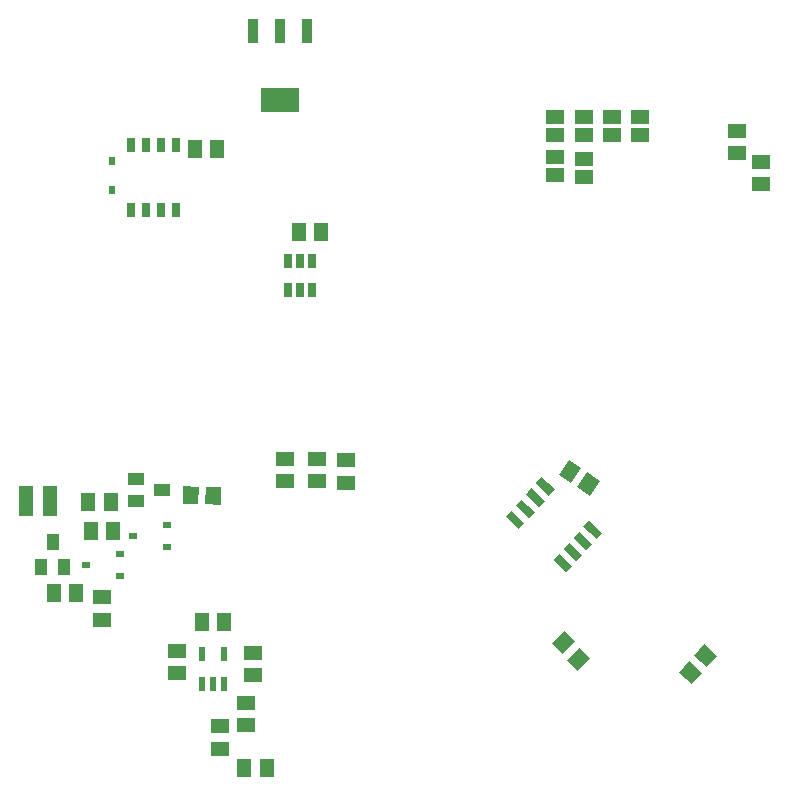
<source format=gbr>
G04 EAGLE Gerber RS-274X export*
G75*
%MOMM*%
%FSLAX34Y34*%
%LPD*%
%INSolderpaste Bottom*%
%IPPOS*%
%AMOC8*
5,1,8,0,0,1.08239X$1,22.5*%
G01*
%ADD10R,1.500000X1.300000*%
%ADD11R,1.300000X1.500000*%
%ADD12R,0.600000X0.800000*%
%ADD13R,0.700000X1.300000*%
%ADD14R,1.525000X0.700000*%
%ADD15R,1.000000X1.400000*%
%ADD16R,1.300000X1.600000*%
%ADD17R,0.635000X1.270000*%
%ADD18R,0.950000X2.150000*%
%ADD19R,3.250000X2.150000*%
%ADD20R,0.700000X0.500000*%
%ADD21R,1.400000X1.000000*%
%ADD22R,1.600200X1.168400*%
%ADD23R,1.270000X2.540000*%
%ADD24R,0.550000X1.200000*%


D10*
X-115320Y-60220D03*
X-115320Y-79220D03*
D11*
G36*
X119515Y-225522D02*
X110901Y-215786D01*
X122135Y-205848D01*
X130749Y-215584D01*
X119515Y-225522D01*
G37*
G36*
X132105Y-239752D02*
X123491Y-230016D01*
X134725Y-220078D01*
X143339Y-229814D01*
X132105Y-239752D01*
G37*
D10*
X-87560Y-60160D03*
X-87560Y-79160D03*
D12*
X-261260Y192140D03*
X-261260Y167140D03*
D13*
X-232230Y150940D03*
X-244930Y150940D03*
X-219530Y150940D03*
X-206830Y150940D03*
X-232230Y205940D03*
X-244930Y205940D03*
X-219530Y205940D03*
X-206830Y205940D03*
D14*
G36*
X142296Y-112292D02*
X153575Y-122555D01*
X148864Y-127732D01*
X137585Y-117469D01*
X142296Y-112292D01*
G37*
G36*
X133748Y-121685D02*
X145027Y-131948D01*
X140316Y-137125D01*
X129037Y-126862D01*
X133748Y-121685D01*
G37*
G36*
X125201Y-131079D02*
X136480Y-141342D01*
X131769Y-146519D01*
X120490Y-136256D01*
X125201Y-131079D01*
G37*
G36*
X116654Y-140472D02*
X127933Y-150735D01*
X123222Y-155912D01*
X111943Y-145649D01*
X116654Y-140472D01*
G37*
G36*
X76536Y-103968D02*
X87815Y-114231D01*
X83104Y-119408D01*
X71825Y-109145D01*
X76536Y-103968D01*
G37*
G36*
X85084Y-94575D02*
X96363Y-104838D01*
X91652Y-110015D01*
X80373Y-99752D01*
X85084Y-94575D01*
G37*
G36*
X93631Y-85181D02*
X104910Y-95444D01*
X100199Y-100621D01*
X88920Y-90358D01*
X93631Y-85181D01*
G37*
G36*
X102178Y-75788D02*
X113457Y-86051D01*
X108746Y-91228D01*
X97467Y-80965D01*
X102178Y-75788D01*
G37*
D15*
X-311640Y-130080D03*
X-321140Y-152080D03*
X-302140Y-152080D03*
D16*
X-191400Y202100D03*
X-172400Y202100D03*
X-84200Y131580D03*
X-103200Y131580D03*
D11*
X-291720Y-173740D03*
X-310720Y-173740D03*
D10*
X-270180Y-196280D03*
X-270180Y-177280D03*
D11*
G36*
X238389Y-241131D02*
X229843Y-250927D01*
X218541Y-241067D01*
X227087Y-231271D01*
X238389Y-241131D01*
G37*
G36*
X250879Y-226813D02*
X242333Y-236609D01*
X231031Y-226749D01*
X239577Y-216953D01*
X250879Y-226813D01*
G37*
G36*
X127510Y-80678D02*
X116746Y-73390D01*
X125156Y-60970D01*
X135920Y-68258D01*
X127510Y-80678D01*
G37*
G36*
X143244Y-91330D02*
X132480Y-84042D01*
X140890Y-71622D01*
X151654Y-78910D01*
X143244Y-91330D01*
G37*
D17*
X-112360Y107700D03*
X-102360Y107700D03*
X-92360Y107700D03*
X-92360Y82700D03*
X-102360Y82700D03*
X-112360Y82700D03*
D18*
X-141980Y301740D03*
X-118980Y301740D03*
X-95980Y301740D03*
D19*
X-118980Y243740D03*
D20*
X-283320Y-150060D03*
X-254770Y-140560D03*
X-254770Y-159560D03*
X-243480Y-125280D03*
X-214930Y-115780D03*
X-214930Y-134780D03*
D21*
X-218700Y-86280D03*
X-240700Y-76780D03*
X-240700Y-95780D03*
D11*
X-262400Y-96780D03*
X-281400Y-96780D03*
G36*
X-182142Y-83632D02*
X-169143Y-83768D01*
X-169300Y-98766D01*
X-182299Y-98630D01*
X-182142Y-83632D01*
G37*
G36*
X-201141Y-83434D02*
X-188142Y-83570D01*
X-188299Y-98568D01*
X-201298Y-98432D01*
X-201141Y-83434D01*
G37*
D10*
X-63120Y-61220D03*
X-63120Y-80220D03*
D11*
X-279580Y-120880D03*
X-260580Y-120880D03*
D22*
X114000Y195620D03*
X114000Y180380D03*
X114000Y214380D03*
X114000Y229620D03*
X162000Y214380D03*
X162000Y229620D03*
X138000Y214380D03*
X138000Y229620D03*
X186000Y214380D03*
X186000Y229620D03*
X138000Y193620D03*
X138000Y178380D03*
D10*
X268000Y217500D03*
X268000Y198500D03*
X288000Y191500D03*
X288000Y172500D03*
D23*
X-334000Y-96000D03*
X-314000Y-96000D03*
D24*
X-166500Y-251001D03*
X-176000Y-251001D03*
X-185500Y-251001D03*
X-185500Y-224999D03*
X-166500Y-224999D03*
D11*
X-149500Y-322000D03*
X-130500Y-322000D03*
D10*
X-206000Y-222500D03*
X-206000Y-241500D03*
X-142000Y-224500D03*
X-142000Y-243500D03*
X-170000Y-305500D03*
X-170000Y-286500D03*
D11*
X-185500Y-198000D03*
X-166500Y-198000D03*
D10*
X-148000Y-285500D03*
X-148000Y-266500D03*
M02*

</source>
